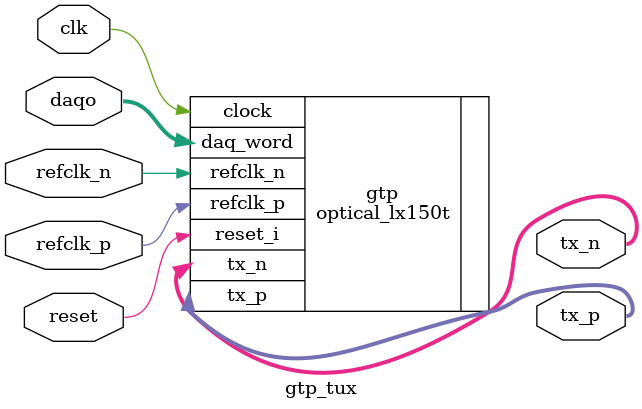
<source format=v>


module gtp_tux
(
    daqo,
    clk,
    tx_p,
    tx_n,
    refclk_p,
    refclk_n,
    reset
);

    input [18:0] daqo;
    input clk;
    output [1:0] tx_p;
    output [1:0] tx_n;
    input refclk_p;
    input refclk_n;
    input reset;

	optical_lx150t gtp
	(
		.clock    (clk),
		.daq_word (daqo),
		.tx_p     (tx_p),
		.tx_n     (tx_n),
		.refclk_p (refclk_p),
		.refclk_n (refclk_n),
		.reset_i  (reset)
	);
endmodule

</source>
